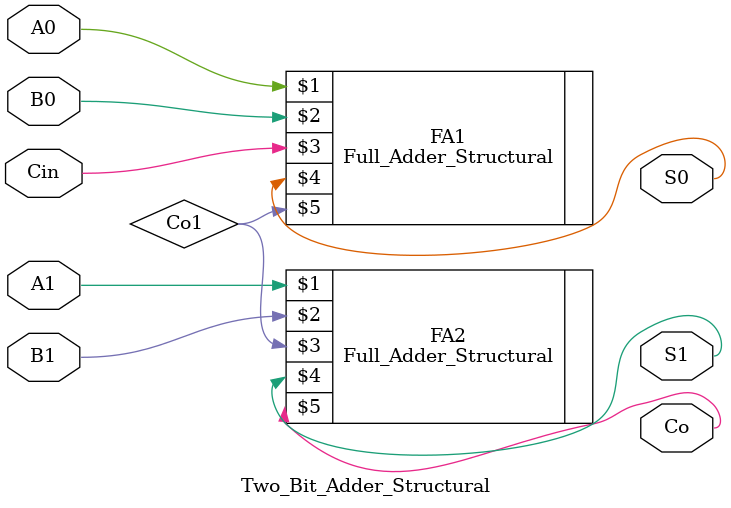
<source format=sv>
`timescale 1ns / 1ps


module Two_Bit_Adder_Structural(input logic A1,A0,B1,B0,Cin,
                                output logic S1,S0,Co);
    logic Co1;
    
    Full_Adder_Structural FA1(A0,B0,Cin,S0,Co1);
    Full_Adder_Structural FA2(A1,B1,Co1,S1,Co);
endmodule

</source>
